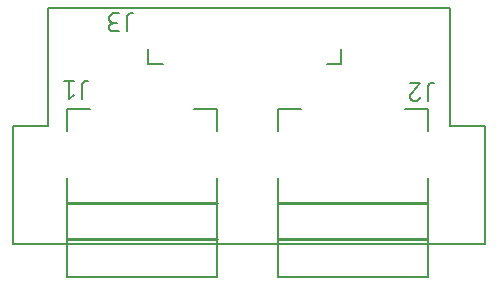
<source format=gto>
G75*
%MOIN*%
%OFA0B0*%
%FSLAX25Y25*%
%IPPOS*%
%LPD*%
%AMOC8*
5,1,8,0,0,1.08239X$1,22.5*
%
%ADD10C,0.00600*%
%ADD11C,0.00500*%
%ADD12C,0.01000*%
%ADD13C,0.00787*%
D10*
X0001300Y0012452D02*
X0158780Y0012452D01*
X0158780Y0051764D01*
X0146969Y0051764D01*
X0146969Y0091192D01*
X0013111Y0091192D01*
X0013111Y0051764D01*
X0001300Y0051764D01*
X0001300Y0012452D01*
X0046520Y0072522D02*
X0051441Y0072522D01*
X0046520Y0072522D02*
X0046520Y0077443D01*
X0105918Y0072444D02*
X0110839Y0072444D01*
X0110839Y0077365D01*
D11*
X0133709Y0066210D02*
X0137098Y0066210D01*
X0134217Y0062821D01*
X0135234Y0060110D02*
X0135319Y0060112D01*
X0135404Y0060117D01*
X0135488Y0060127D01*
X0135572Y0060139D01*
X0135655Y0060156D01*
X0135738Y0060176D01*
X0135820Y0060200D01*
X0135900Y0060227D01*
X0135979Y0060257D01*
X0136057Y0060291D01*
X0136133Y0060329D01*
X0136208Y0060369D01*
X0136281Y0060413D01*
X0136352Y0060460D01*
X0136420Y0060510D01*
X0136487Y0060563D01*
X0136551Y0060619D01*
X0136613Y0060677D01*
X0136672Y0060738D01*
X0136728Y0060802D01*
X0136781Y0060868D01*
X0136832Y0060936D01*
X0136880Y0061006D01*
X0136924Y0061079D01*
X0136966Y0061153D01*
X0137004Y0061229D01*
X0137038Y0061306D01*
X0137070Y0061385D01*
X0137098Y0061465D01*
X0134217Y0062821D02*
X0134162Y0062766D01*
X0134110Y0062708D01*
X0134060Y0062648D01*
X0134013Y0062586D01*
X0133969Y0062521D01*
X0133929Y0062455D01*
X0133891Y0062386D01*
X0133857Y0062316D01*
X0133826Y0062244D01*
X0133799Y0062171D01*
X0133775Y0062097D01*
X0133755Y0062021D01*
X0133739Y0061945D01*
X0133726Y0061868D01*
X0133716Y0061791D01*
X0133711Y0061713D01*
X0133709Y0061635D01*
X0133711Y0061558D01*
X0133717Y0061481D01*
X0133727Y0061404D01*
X0133740Y0061328D01*
X0133758Y0061253D01*
X0133779Y0061178D01*
X0133804Y0061105D01*
X0133833Y0061034D01*
X0133865Y0060963D01*
X0133901Y0060895D01*
X0133940Y0060828D01*
X0133982Y0060764D01*
X0134028Y0060702D01*
X0134077Y0060642D01*
X0134129Y0060584D01*
X0134183Y0060530D01*
X0134241Y0060478D01*
X0134301Y0060429D01*
X0134363Y0060383D01*
X0134427Y0060341D01*
X0134494Y0060302D01*
X0134562Y0060266D01*
X0134633Y0060234D01*
X0134704Y0060205D01*
X0134777Y0060180D01*
X0134852Y0060159D01*
X0134927Y0060141D01*
X0135003Y0060128D01*
X0135080Y0060118D01*
X0135157Y0060112D01*
X0135234Y0060110D01*
X0139736Y0060110D02*
X0139736Y0064855D01*
X0139738Y0064926D01*
X0139743Y0064997D01*
X0139753Y0065067D01*
X0139766Y0065137D01*
X0139782Y0065206D01*
X0139802Y0065274D01*
X0139826Y0065341D01*
X0139853Y0065407D01*
X0139884Y0065471D01*
X0139918Y0065533D01*
X0139955Y0065594D01*
X0139995Y0065652D01*
X0140038Y0065708D01*
X0140084Y0065762D01*
X0140133Y0065814D01*
X0140185Y0065863D01*
X0140239Y0065909D01*
X0140295Y0065952D01*
X0140353Y0065992D01*
X0140414Y0066029D01*
X0140476Y0066063D01*
X0140540Y0066094D01*
X0140606Y0066121D01*
X0140673Y0066145D01*
X0140741Y0066165D01*
X0140810Y0066181D01*
X0140880Y0066194D01*
X0140950Y0066204D01*
X0141021Y0066209D01*
X0141092Y0066211D01*
X0141092Y0066210D02*
X0141769Y0066210D01*
X0041444Y0089367D02*
X0040766Y0089367D01*
X0040695Y0089365D01*
X0040624Y0089360D01*
X0040554Y0089350D01*
X0040484Y0089337D01*
X0040415Y0089321D01*
X0040347Y0089301D01*
X0040280Y0089277D01*
X0040214Y0089250D01*
X0040150Y0089219D01*
X0040088Y0089185D01*
X0040027Y0089148D01*
X0039969Y0089108D01*
X0039913Y0089065D01*
X0039859Y0089019D01*
X0039807Y0088970D01*
X0039758Y0088918D01*
X0039712Y0088864D01*
X0039669Y0088808D01*
X0039629Y0088750D01*
X0039592Y0088689D01*
X0039558Y0088627D01*
X0039527Y0088563D01*
X0039500Y0088497D01*
X0039476Y0088430D01*
X0039456Y0088362D01*
X0039440Y0088293D01*
X0039427Y0088223D01*
X0039417Y0088153D01*
X0039412Y0088082D01*
X0039410Y0088011D01*
X0039410Y0083267D01*
X0036772Y0083267D02*
X0034739Y0083267D01*
X0034739Y0083266D02*
X0034667Y0083268D01*
X0034595Y0083274D01*
X0034523Y0083283D01*
X0034452Y0083297D01*
X0034382Y0083314D01*
X0034313Y0083335D01*
X0034245Y0083359D01*
X0034179Y0083387D01*
X0034114Y0083419D01*
X0034051Y0083454D01*
X0033989Y0083492D01*
X0033930Y0083534D01*
X0033874Y0083578D01*
X0033819Y0083626D01*
X0033767Y0083676D01*
X0033719Y0083729D01*
X0033672Y0083785D01*
X0033629Y0083843D01*
X0033589Y0083903D01*
X0033553Y0083965D01*
X0033520Y0084029D01*
X0033490Y0084095D01*
X0033463Y0084162D01*
X0033441Y0084231D01*
X0033422Y0084300D01*
X0033406Y0084371D01*
X0033395Y0084442D01*
X0033387Y0084514D01*
X0033383Y0084586D01*
X0033383Y0084658D01*
X0033387Y0084730D01*
X0033395Y0084802D01*
X0033406Y0084873D01*
X0033422Y0084944D01*
X0033441Y0085013D01*
X0033463Y0085082D01*
X0033490Y0085149D01*
X0033520Y0085215D01*
X0033553Y0085279D01*
X0033589Y0085341D01*
X0033629Y0085401D01*
X0033672Y0085459D01*
X0033719Y0085515D01*
X0033767Y0085568D01*
X0033819Y0085618D01*
X0033874Y0085666D01*
X0033930Y0085710D01*
X0033989Y0085752D01*
X0034051Y0085790D01*
X0034114Y0085825D01*
X0034179Y0085857D01*
X0034245Y0085885D01*
X0034313Y0085909D01*
X0034382Y0085930D01*
X0034452Y0085947D01*
X0034523Y0085961D01*
X0034595Y0085970D01*
X0034667Y0085976D01*
X0034739Y0085978D01*
X0036094Y0085978D01*
X0035077Y0085978D02*
X0034996Y0085980D01*
X0034916Y0085986D01*
X0034836Y0085995D01*
X0034756Y0086009D01*
X0034678Y0086026D01*
X0034600Y0086047D01*
X0034523Y0086071D01*
X0034447Y0086099D01*
X0034373Y0086131D01*
X0034301Y0086166D01*
X0034230Y0086205D01*
X0034161Y0086247D01*
X0034094Y0086292D01*
X0034030Y0086340D01*
X0033968Y0086392D01*
X0033908Y0086446D01*
X0033851Y0086503D01*
X0033797Y0086563D01*
X0033745Y0086625D01*
X0033697Y0086689D01*
X0033652Y0086756D01*
X0033610Y0086825D01*
X0033571Y0086896D01*
X0033536Y0086968D01*
X0033504Y0087042D01*
X0033476Y0087118D01*
X0033452Y0087195D01*
X0033431Y0087273D01*
X0033414Y0087351D01*
X0033400Y0087431D01*
X0033391Y0087511D01*
X0033385Y0087591D01*
X0033383Y0087672D01*
X0033385Y0087753D01*
X0033391Y0087833D01*
X0033400Y0087913D01*
X0033414Y0087993D01*
X0033431Y0088071D01*
X0033452Y0088149D01*
X0033476Y0088226D01*
X0033504Y0088302D01*
X0033536Y0088376D01*
X0033571Y0088448D01*
X0033610Y0088519D01*
X0033652Y0088588D01*
X0033697Y0088655D01*
X0033745Y0088719D01*
X0033797Y0088781D01*
X0033851Y0088841D01*
X0033908Y0088898D01*
X0033968Y0088952D01*
X0034030Y0089004D01*
X0034094Y0089052D01*
X0034161Y0089097D01*
X0034230Y0089139D01*
X0034301Y0089178D01*
X0034373Y0089213D01*
X0034447Y0089245D01*
X0034523Y0089273D01*
X0034600Y0089297D01*
X0034678Y0089318D01*
X0034756Y0089335D01*
X0034836Y0089349D01*
X0034916Y0089358D01*
X0034996Y0089364D01*
X0035077Y0089366D01*
X0035077Y0089367D02*
X0036772Y0089367D01*
X0026456Y0066798D02*
X0025779Y0066798D01*
X0025708Y0066796D01*
X0025637Y0066791D01*
X0025567Y0066781D01*
X0025497Y0066768D01*
X0025428Y0066752D01*
X0025360Y0066732D01*
X0025293Y0066708D01*
X0025227Y0066681D01*
X0025163Y0066650D01*
X0025101Y0066616D01*
X0025040Y0066579D01*
X0024982Y0066539D01*
X0024926Y0066496D01*
X0024872Y0066450D01*
X0024820Y0066401D01*
X0024771Y0066349D01*
X0024725Y0066295D01*
X0024682Y0066239D01*
X0024642Y0066181D01*
X0024605Y0066120D01*
X0024571Y0066058D01*
X0024540Y0065994D01*
X0024513Y0065928D01*
X0024489Y0065861D01*
X0024469Y0065793D01*
X0024453Y0065724D01*
X0024440Y0065654D01*
X0024430Y0065584D01*
X0024425Y0065513D01*
X0024423Y0065442D01*
X0024423Y0060698D01*
X0021784Y0062053D02*
X0020090Y0060698D01*
X0020090Y0066798D01*
X0021784Y0066798D02*
X0018396Y0066798D01*
D12*
X0019724Y0026043D02*
X0069259Y0026043D01*
X0069259Y0014075D02*
X0019724Y0014075D01*
X0089842Y0014075D02*
X0139377Y0014075D01*
X0139377Y0026043D02*
X0089842Y0026043D01*
D13*
X0089582Y0034465D02*
X0089582Y0001394D01*
X0139582Y0001394D01*
X0139582Y0034465D01*
X0139582Y0050213D02*
X0139582Y0057299D01*
X0131905Y0057299D01*
X0097259Y0057299D02*
X0089582Y0057299D01*
X0089582Y0050213D01*
X0069464Y0050213D02*
X0069464Y0057299D01*
X0061787Y0057299D01*
X0069464Y0034465D02*
X0069464Y0001394D01*
X0019464Y0001394D01*
X0019464Y0034465D01*
X0019464Y0050213D02*
X0019464Y0057299D01*
X0027141Y0057299D01*
M02*

</source>
